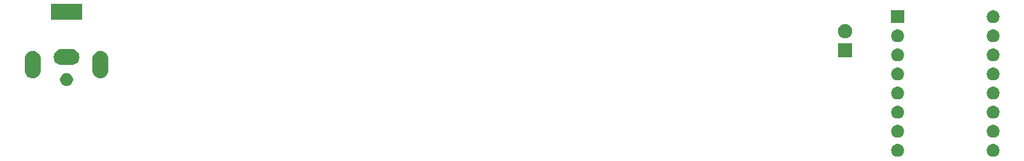
<source format=gbr>
G04 #@! TF.GenerationSoftware,KiCad,Pcbnew,(5.0.2)-1*
G04 #@! TF.CreationDate,2019-03-22T12:57:49+00:00*
G04 #@! TF.ProjectId,PCBStencil,50434253-7465-46e6-9369-6c2e6b696361,1.0*
G04 #@! TF.SameCoordinates,Original*
G04 #@! TF.FileFunction,Soldermask,Top*
G04 #@! TF.FilePolarity,Negative*
%FSLAX46Y46*%
G04 Gerber Fmt 4.6, Leading zero omitted, Abs format (unit mm)*
G04 Created by KiCad (PCBNEW (5.0.2)-1) date 22/03/2019 12:57:49*
%MOMM*%
%LPD*%
G01*
G04 APERTURE LIST*
%ADD10C,0.100000*%
G04 APERTURE END LIST*
D10*
G36*
X204001821Y-124891313D02*
X204001824Y-124891314D01*
X204001825Y-124891314D01*
X204162239Y-124939975D01*
X204162241Y-124939976D01*
X204162244Y-124939977D01*
X204310078Y-125018995D01*
X204439659Y-125125341D01*
X204546005Y-125254922D01*
X204625023Y-125402756D01*
X204673687Y-125563179D01*
X204690117Y-125730000D01*
X204673687Y-125896821D01*
X204625023Y-126057244D01*
X204546005Y-126205078D01*
X204439659Y-126334659D01*
X204310078Y-126441005D01*
X204162244Y-126520023D01*
X204162241Y-126520024D01*
X204162239Y-126520025D01*
X204001825Y-126568686D01*
X204001824Y-126568686D01*
X204001821Y-126568687D01*
X203876804Y-126581000D01*
X203793196Y-126581000D01*
X203668179Y-126568687D01*
X203668176Y-126568686D01*
X203668175Y-126568686D01*
X203507761Y-126520025D01*
X203507759Y-126520024D01*
X203507756Y-126520023D01*
X203359922Y-126441005D01*
X203230341Y-126334659D01*
X203123995Y-126205078D01*
X203044977Y-126057244D01*
X202996313Y-125896821D01*
X202979883Y-125730000D01*
X202996313Y-125563179D01*
X203044977Y-125402756D01*
X203123995Y-125254922D01*
X203230341Y-125125341D01*
X203359922Y-125018995D01*
X203507756Y-124939977D01*
X203507759Y-124939976D01*
X203507761Y-124939975D01*
X203668175Y-124891314D01*
X203668176Y-124891314D01*
X203668179Y-124891313D01*
X203793196Y-124879000D01*
X203876804Y-124879000D01*
X204001821Y-124891313D01*
X204001821Y-124891313D01*
G37*
G36*
X216701821Y-124891313D02*
X216701824Y-124891314D01*
X216701825Y-124891314D01*
X216862239Y-124939975D01*
X216862241Y-124939976D01*
X216862244Y-124939977D01*
X217010078Y-125018995D01*
X217139659Y-125125341D01*
X217246005Y-125254922D01*
X217325023Y-125402756D01*
X217373687Y-125563179D01*
X217390117Y-125730000D01*
X217373687Y-125896821D01*
X217325023Y-126057244D01*
X217246005Y-126205078D01*
X217139659Y-126334659D01*
X217010078Y-126441005D01*
X216862244Y-126520023D01*
X216862241Y-126520024D01*
X216862239Y-126520025D01*
X216701825Y-126568686D01*
X216701824Y-126568686D01*
X216701821Y-126568687D01*
X216576804Y-126581000D01*
X216493196Y-126581000D01*
X216368179Y-126568687D01*
X216368176Y-126568686D01*
X216368175Y-126568686D01*
X216207761Y-126520025D01*
X216207759Y-126520024D01*
X216207756Y-126520023D01*
X216059922Y-126441005D01*
X215930341Y-126334659D01*
X215823995Y-126205078D01*
X215744977Y-126057244D01*
X215696313Y-125896821D01*
X215679883Y-125730000D01*
X215696313Y-125563179D01*
X215744977Y-125402756D01*
X215823995Y-125254922D01*
X215930341Y-125125341D01*
X216059922Y-125018995D01*
X216207756Y-124939977D01*
X216207759Y-124939976D01*
X216207761Y-124939975D01*
X216368175Y-124891314D01*
X216368176Y-124891314D01*
X216368179Y-124891313D01*
X216493196Y-124879000D01*
X216576804Y-124879000D01*
X216701821Y-124891313D01*
X216701821Y-124891313D01*
G37*
G36*
X204001821Y-122351313D02*
X204001824Y-122351314D01*
X204001825Y-122351314D01*
X204162239Y-122399975D01*
X204162241Y-122399976D01*
X204162244Y-122399977D01*
X204310078Y-122478995D01*
X204439659Y-122585341D01*
X204546005Y-122714922D01*
X204625023Y-122862756D01*
X204673687Y-123023179D01*
X204690117Y-123190000D01*
X204673687Y-123356821D01*
X204625023Y-123517244D01*
X204546005Y-123665078D01*
X204439659Y-123794659D01*
X204310078Y-123901005D01*
X204162244Y-123980023D01*
X204162241Y-123980024D01*
X204162239Y-123980025D01*
X204001825Y-124028686D01*
X204001824Y-124028686D01*
X204001821Y-124028687D01*
X203876804Y-124041000D01*
X203793196Y-124041000D01*
X203668179Y-124028687D01*
X203668176Y-124028686D01*
X203668175Y-124028686D01*
X203507761Y-123980025D01*
X203507759Y-123980024D01*
X203507756Y-123980023D01*
X203359922Y-123901005D01*
X203230341Y-123794659D01*
X203123995Y-123665078D01*
X203044977Y-123517244D01*
X202996313Y-123356821D01*
X202979883Y-123190000D01*
X202996313Y-123023179D01*
X203044977Y-122862756D01*
X203123995Y-122714922D01*
X203230341Y-122585341D01*
X203359922Y-122478995D01*
X203507756Y-122399977D01*
X203507759Y-122399976D01*
X203507761Y-122399975D01*
X203668175Y-122351314D01*
X203668176Y-122351314D01*
X203668179Y-122351313D01*
X203793196Y-122339000D01*
X203876804Y-122339000D01*
X204001821Y-122351313D01*
X204001821Y-122351313D01*
G37*
G36*
X216701821Y-122351313D02*
X216701824Y-122351314D01*
X216701825Y-122351314D01*
X216862239Y-122399975D01*
X216862241Y-122399976D01*
X216862244Y-122399977D01*
X217010078Y-122478995D01*
X217139659Y-122585341D01*
X217246005Y-122714922D01*
X217325023Y-122862756D01*
X217373687Y-123023179D01*
X217390117Y-123190000D01*
X217373687Y-123356821D01*
X217325023Y-123517244D01*
X217246005Y-123665078D01*
X217139659Y-123794659D01*
X217010078Y-123901005D01*
X216862244Y-123980023D01*
X216862241Y-123980024D01*
X216862239Y-123980025D01*
X216701825Y-124028686D01*
X216701824Y-124028686D01*
X216701821Y-124028687D01*
X216576804Y-124041000D01*
X216493196Y-124041000D01*
X216368179Y-124028687D01*
X216368176Y-124028686D01*
X216368175Y-124028686D01*
X216207761Y-123980025D01*
X216207759Y-123980024D01*
X216207756Y-123980023D01*
X216059922Y-123901005D01*
X215930341Y-123794659D01*
X215823995Y-123665078D01*
X215744977Y-123517244D01*
X215696313Y-123356821D01*
X215679883Y-123190000D01*
X215696313Y-123023179D01*
X215744977Y-122862756D01*
X215823995Y-122714922D01*
X215930341Y-122585341D01*
X216059922Y-122478995D01*
X216207756Y-122399977D01*
X216207759Y-122399976D01*
X216207761Y-122399975D01*
X216368175Y-122351314D01*
X216368176Y-122351314D01*
X216368179Y-122351313D01*
X216493196Y-122339000D01*
X216576804Y-122339000D01*
X216701821Y-122351313D01*
X216701821Y-122351313D01*
G37*
G36*
X216701821Y-119811313D02*
X216701824Y-119811314D01*
X216701825Y-119811314D01*
X216862239Y-119859975D01*
X216862241Y-119859976D01*
X216862244Y-119859977D01*
X217010078Y-119938995D01*
X217139659Y-120045341D01*
X217246005Y-120174922D01*
X217325023Y-120322756D01*
X217373687Y-120483179D01*
X217390117Y-120650000D01*
X217373687Y-120816821D01*
X217325023Y-120977244D01*
X217246005Y-121125078D01*
X217139659Y-121254659D01*
X217010078Y-121361005D01*
X216862244Y-121440023D01*
X216862241Y-121440024D01*
X216862239Y-121440025D01*
X216701825Y-121488686D01*
X216701824Y-121488686D01*
X216701821Y-121488687D01*
X216576804Y-121501000D01*
X216493196Y-121501000D01*
X216368179Y-121488687D01*
X216368176Y-121488686D01*
X216368175Y-121488686D01*
X216207761Y-121440025D01*
X216207759Y-121440024D01*
X216207756Y-121440023D01*
X216059922Y-121361005D01*
X215930341Y-121254659D01*
X215823995Y-121125078D01*
X215744977Y-120977244D01*
X215696313Y-120816821D01*
X215679883Y-120650000D01*
X215696313Y-120483179D01*
X215744977Y-120322756D01*
X215823995Y-120174922D01*
X215930341Y-120045341D01*
X216059922Y-119938995D01*
X216207756Y-119859977D01*
X216207759Y-119859976D01*
X216207761Y-119859975D01*
X216368175Y-119811314D01*
X216368176Y-119811314D01*
X216368179Y-119811313D01*
X216493196Y-119799000D01*
X216576804Y-119799000D01*
X216701821Y-119811313D01*
X216701821Y-119811313D01*
G37*
G36*
X204001821Y-119811313D02*
X204001824Y-119811314D01*
X204001825Y-119811314D01*
X204162239Y-119859975D01*
X204162241Y-119859976D01*
X204162244Y-119859977D01*
X204310078Y-119938995D01*
X204439659Y-120045341D01*
X204546005Y-120174922D01*
X204625023Y-120322756D01*
X204673687Y-120483179D01*
X204690117Y-120650000D01*
X204673687Y-120816821D01*
X204625023Y-120977244D01*
X204546005Y-121125078D01*
X204439659Y-121254659D01*
X204310078Y-121361005D01*
X204162244Y-121440023D01*
X204162241Y-121440024D01*
X204162239Y-121440025D01*
X204001825Y-121488686D01*
X204001824Y-121488686D01*
X204001821Y-121488687D01*
X203876804Y-121501000D01*
X203793196Y-121501000D01*
X203668179Y-121488687D01*
X203668176Y-121488686D01*
X203668175Y-121488686D01*
X203507761Y-121440025D01*
X203507759Y-121440024D01*
X203507756Y-121440023D01*
X203359922Y-121361005D01*
X203230341Y-121254659D01*
X203123995Y-121125078D01*
X203044977Y-120977244D01*
X202996313Y-120816821D01*
X202979883Y-120650000D01*
X202996313Y-120483179D01*
X203044977Y-120322756D01*
X203123995Y-120174922D01*
X203230341Y-120045341D01*
X203359922Y-119938995D01*
X203507756Y-119859977D01*
X203507759Y-119859976D01*
X203507761Y-119859975D01*
X203668175Y-119811314D01*
X203668176Y-119811314D01*
X203668179Y-119811313D01*
X203793196Y-119799000D01*
X203876804Y-119799000D01*
X204001821Y-119811313D01*
X204001821Y-119811313D01*
G37*
G36*
X216701821Y-117271313D02*
X216701824Y-117271314D01*
X216701825Y-117271314D01*
X216862239Y-117319975D01*
X216862241Y-117319976D01*
X216862244Y-117319977D01*
X217010078Y-117398995D01*
X217139659Y-117505341D01*
X217246005Y-117634922D01*
X217325023Y-117782756D01*
X217373687Y-117943179D01*
X217390117Y-118110000D01*
X217373687Y-118276821D01*
X217325023Y-118437244D01*
X217246005Y-118585078D01*
X217139659Y-118714659D01*
X217010078Y-118821005D01*
X216862244Y-118900023D01*
X216862241Y-118900024D01*
X216862239Y-118900025D01*
X216701825Y-118948686D01*
X216701824Y-118948686D01*
X216701821Y-118948687D01*
X216576804Y-118961000D01*
X216493196Y-118961000D01*
X216368179Y-118948687D01*
X216368176Y-118948686D01*
X216368175Y-118948686D01*
X216207761Y-118900025D01*
X216207759Y-118900024D01*
X216207756Y-118900023D01*
X216059922Y-118821005D01*
X215930341Y-118714659D01*
X215823995Y-118585078D01*
X215744977Y-118437244D01*
X215696313Y-118276821D01*
X215679883Y-118110000D01*
X215696313Y-117943179D01*
X215744977Y-117782756D01*
X215823995Y-117634922D01*
X215930341Y-117505341D01*
X216059922Y-117398995D01*
X216207756Y-117319977D01*
X216207759Y-117319976D01*
X216207761Y-117319975D01*
X216368175Y-117271314D01*
X216368176Y-117271314D01*
X216368179Y-117271313D01*
X216493196Y-117259000D01*
X216576804Y-117259000D01*
X216701821Y-117271313D01*
X216701821Y-117271313D01*
G37*
G36*
X204001821Y-117271313D02*
X204001824Y-117271314D01*
X204001825Y-117271314D01*
X204162239Y-117319975D01*
X204162241Y-117319976D01*
X204162244Y-117319977D01*
X204310078Y-117398995D01*
X204439659Y-117505341D01*
X204546005Y-117634922D01*
X204625023Y-117782756D01*
X204673687Y-117943179D01*
X204690117Y-118110000D01*
X204673687Y-118276821D01*
X204625023Y-118437244D01*
X204546005Y-118585078D01*
X204439659Y-118714659D01*
X204310078Y-118821005D01*
X204162244Y-118900023D01*
X204162241Y-118900024D01*
X204162239Y-118900025D01*
X204001825Y-118948686D01*
X204001824Y-118948686D01*
X204001821Y-118948687D01*
X203876804Y-118961000D01*
X203793196Y-118961000D01*
X203668179Y-118948687D01*
X203668176Y-118948686D01*
X203668175Y-118948686D01*
X203507761Y-118900025D01*
X203507759Y-118900024D01*
X203507756Y-118900023D01*
X203359922Y-118821005D01*
X203230341Y-118714659D01*
X203123995Y-118585078D01*
X203044977Y-118437244D01*
X202996313Y-118276821D01*
X202979883Y-118110000D01*
X202996313Y-117943179D01*
X203044977Y-117782756D01*
X203123995Y-117634922D01*
X203230341Y-117505341D01*
X203359922Y-117398995D01*
X203507756Y-117319977D01*
X203507759Y-117319976D01*
X203507761Y-117319975D01*
X203668175Y-117271314D01*
X203668176Y-117271314D01*
X203668179Y-117271313D01*
X203793196Y-117259000D01*
X203876804Y-117259000D01*
X204001821Y-117271313D01*
X204001821Y-117271313D01*
G37*
G36*
X93593228Y-115496703D02*
X93748100Y-115560853D01*
X93887481Y-115653985D01*
X94006015Y-115772519D01*
X94099147Y-115911900D01*
X94163297Y-116066772D01*
X94196000Y-116231184D01*
X94196000Y-116398816D01*
X94163297Y-116563228D01*
X94099147Y-116718100D01*
X94006015Y-116857481D01*
X93887481Y-116976015D01*
X93748100Y-117069147D01*
X93593228Y-117133297D01*
X93428816Y-117166000D01*
X93261184Y-117166000D01*
X93096772Y-117133297D01*
X92941900Y-117069147D01*
X92802519Y-116976015D01*
X92683985Y-116857481D01*
X92590853Y-116718100D01*
X92526703Y-116563228D01*
X92494000Y-116398816D01*
X92494000Y-116231184D01*
X92526703Y-116066772D01*
X92590853Y-115911900D01*
X92683985Y-115772519D01*
X92802519Y-115653985D01*
X92941900Y-115560853D01*
X93096772Y-115496703D01*
X93261184Y-115464000D01*
X93428816Y-115464000D01*
X93593228Y-115496703D01*
X93593228Y-115496703D01*
G37*
G36*
X216701821Y-114731313D02*
X216701824Y-114731314D01*
X216701825Y-114731314D01*
X216862239Y-114779975D01*
X216862241Y-114779976D01*
X216862244Y-114779977D01*
X217010078Y-114858995D01*
X217139659Y-114965341D01*
X217246005Y-115094922D01*
X217325023Y-115242756D01*
X217325024Y-115242759D01*
X217325025Y-115242761D01*
X217333601Y-115271033D01*
X217373687Y-115403179D01*
X217390117Y-115570000D01*
X217373687Y-115736821D01*
X217325023Y-115897244D01*
X217246005Y-116045078D01*
X217139659Y-116174659D01*
X217010078Y-116281005D01*
X216862244Y-116360023D01*
X216862241Y-116360024D01*
X216862239Y-116360025D01*
X216701825Y-116408686D01*
X216701824Y-116408686D01*
X216701821Y-116408687D01*
X216576804Y-116421000D01*
X216493196Y-116421000D01*
X216368179Y-116408687D01*
X216368176Y-116408686D01*
X216368175Y-116408686D01*
X216207761Y-116360025D01*
X216207759Y-116360024D01*
X216207756Y-116360023D01*
X216059922Y-116281005D01*
X215930341Y-116174659D01*
X215823995Y-116045078D01*
X215744977Y-115897244D01*
X215696313Y-115736821D01*
X215679883Y-115570000D01*
X215696313Y-115403179D01*
X215736399Y-115271033D01*
X215744975Y-115242761D01*
X215744976Y-115242759D01*
X215744977Y-115242756D01*
X215823995Y-115094922D01*
X215930341Y-114965341D01*
X216059922Y-114858995D01*
X216207756Y-114779977D01*
X216207759Y-114779976D01*
X216207761Y-114779975D01*
X216368175Y-114731314D01*
X216368176Y-114731314D01*
X216368179Y-114731313D01*
X216493196Y-114719000D01*
X216576804Y-114719000D01*
X216701821Y-114731313D01*
X216701821Y-114731313D01*
G37*
G36*
X204001821Y-114731313D02*
X204001824Y-114731314D01*
X204001825Y-114731314D01*
X204162239Y-114779975D01*
X204162241Y-114779976D01*
X204162244Y-114779977D01*
X204310078Y-114858995D01*
X204439659Y-114965341D01*
X204546005Y-115094922D01*
X204625023Y-115242756D01*
X204625024Y-115242759D01*
X204625025Y-115242761D01*
X204633601Y-115271033D01*
X204673687Y-115403179D01*
X204690117Y-115570000D01*
X204673687Y-115736821D01*
X204625023Y-115897244D01*
X204546005Y-116045078D01*
X204439659Y-116174659D01*
X204310078Y-116281005D01*
X204162244Y-116360023D01*
X204162241Y-116360024D01*
X204162239Y-116360025D01*
X204001825Y-116408686D01*
X204001824Y-116408686D01*
X204001821Y-116408687D01*
X203876804Y-116421000D01*
X203793196Y-116421000D01*
X203668179Y-116408687D01*
X203668176Y-116408686D01*
X203668175Y-116408686D01*
X203507761Y-116360025D01*
X203507759Y-116360024D01*
X203507756Y-116360023D01*
X203359922Y-116281005D01*
X203230341Y-116174659D01*
X203123995Y-116045078D01*
X203044977Y-115897244D01*
X202996313Y-115736821D01*
X202979883Y-115570000D01*
X202996313Y-115403179D01*
X203036399Y-115271033D01*
X203044975Y-115242761D01*
X203044976Y-115242759D01*
X203044977Y-115242756D01*
X203123995Y-115094922D01*
X203230341Y-114965341D01*
X203359922Y-114858995D01*
X203507756Y-114779977D01*
X203507759Y-114779976D01*
X203507761Y-114779975D01*
X203668175Y-114731314D01*
X203668176Y-114731314D01*
X203668179Y-114731313D01*
X203793196Y-114719000D01*
X203876804Y-114719000D01*
X204001821Y-114731313D01*
X204001821Y-114731313D01*
G37*
G36*
X89051031Y-112529207D02*
X89249145Y-112589305D01*
X89431729Y-112686897D01*
X89591765Y-112818235D01*
X89591766Y-112818237D01*
X89591768Y-112818238D01*
X89628650Y-112863179D01*
X89723103Y-112978271D01*
X89820695Y-113160854D01*
X89880793Y-113358968D01*
X89896000Y-113513370D01*
X89896000Y-115116630D01*
X89880793Y-115271032D01*
X89820695Y-115469146D01*
X89723103Y-115651729D01*
X89591765Y-115811765D01*
X89431729Y-115943103D01*
X89249146Y-116040695D01*
X89051032Y-116100793D01*
X88845000Y-116121085D01*
X88638969Y-116100793D01*
X88440855Y-116040695D01*
X88258272Y-115943103D01*
X88098236Y-115811765D01*
X87966898Y-115651729D01*
X87869306Y-115469146D01*
X87867745Y-115464000D01*
X87809207Y-115271033D01*
X87794000Y-115116631D01*
X87794000Y-113513370D01*
X87809207Y-113358973D01*
X87809207Y-113358969D01*
X87869305Y-113160855D01*
X87966897Y-112978271D01*
X88098235Y-112818235D01*
X88098237Y-112818234D01*
X88098238Y-112818232D01*
X88258269Y-112686899D01*
X88258271Y-112686897D01*
X88440854Y-112589305D01*
X88638968Y-112529207D01*
X88845000Y-112508915D01*
X89051031Y-112529207D01*
X89051031Y-112529207D01*
G37*
G36*
X98051031Y-112529207D02*
X98249145Y-112589305D01*
X98431729Y-112686897D01*
X98591765Y-112818235D01*
X98591766Y-112818237D01*
X98591768Y-112818238D01*
X98628650Y-112863179D01*
X98723103Y-112978271D01*
X98820695Y-113160854D01*
X98880793Y-113358968D01*
X98896000Y-113513370D01*
X98896000Y-115116630D01*
X98880793Y-115271032D01*
X98820695Y-115469146D01*
X98723103Y-115651729D01*
X98591765Y-115811765D01*
X98431729Y-115943103D01*
X98249146Y-116040695D01*
X98051032Y-116100793D01*
X97845000Y-116121085D01*
X97638969Y-116100793D01*
X97440855Y-116040695D01*
X97258272Y-115943103D01*
X97098236Y-115811765D01*
X96966898Y-115651729D01*
X96869306Y-115469146D01*
X96867745Y-115464000D01*
X96809207Y-115271033D01*
X96794000Y-115116631D01*
X96794000Y-113513370D01*
X96809207Y-113358973D01*
X96809207Y-113358969D01*
X96869305Y-113160855D01*
X96966897Y-112978271D01*
X97098235Y-112818235D01*
X97098237Y-112818234D01*
X97098238Y-112818232D01*
X97258269Y-112686899D01*
X97258271Y-112686897D01*
X97440854Y-112589305D01*
X97638968Y-112529207D01*
X97845000Y-112508915D01*
X98051031Y-112529207D01*
X98051031Y-112529207D01*
G37*
G36*
X94077510Y-112267041D02*
X94201032Y-112279207D01*
X94399146Y-112339305D01*
X94581729Y-112436897D01*
X94741765Y-112568235D01*
X94873103Y-112728271D01*
X94970695Y-112910854D01*
X95030793Y-113108968D01*
X95051085Y-113315000D01*
X95030793Y-113521032D01*
X94970695Y-113719146D01*
X94873103Y-113901729D01*
X94741765Y-114061765D01*
X94581729Y-114193103D01*
X94399146Y-114290695D01*
X94201032Y-114350793D01*
X94077510Y-114362959D01*
X94046631Y-114366000D01*
X92643369Y-114366000D01*
X92612490Y-114362959D01*
X92488968Y-114350793D01*
X92290854Y-114290695D01*
X92108271Y-114193103D01*
X91948235Y-114061765D01*
X91816897Y-113901729D01*
X91719305Y-113719146D01*
X91659207Y-113521032D01*
X91638915Y-113315000D01*
X91659207Y-113108968D01*
X91719305Y-112910854D01*
X91816897Y-112728271D01*
X91948235Y-112568235D01*
X92108271Y-112436897D01*
X92290854Y-112339305D01*
X92488968Y-112279207D01*
X92612490Y-112267041D01*
X92643369Y-112264000D01*
X94046631Y-112264000D01*
X94077510Y-112267041D01*
X94077510Y-112267041D01*
G37*
G36*
X204001821Y-112191313D02*
X204001824Y-112191314D01*
X204001825Y-112191314D01*
X204162239Y-112239975D01*
X204162241Y-112239976D01*
X204162244Y-112239977D01*
X204310078Y-112318995D01*
X204439659Y-112425341D01*
X204546005Y-112554922D01*
X204625023Y-112702756D01*
X204625024Y-112702759D01*
X204625025Y-112702761D01*
X204673686Y-112863175D01*
X204673687Y-112863179D01*
X204690117Y-113030000D01*
X204673687Y-113196821D01*
X204625023Y-113357244D01*
X204546005Y-113505078D01*
X204439659Y-113634659D01*
X204310078Y-113741005D01*
X204162244Y-113820023D01*
X204162241Y-113820024D01*
X204162239Y-113820025D01*
X204001825Y-113868686D01*
X204001824Y-113868686D01*
X204001821Y-113868687D01*
X203876804Y-113881000D01*
X203793196Y-113881000D01*
X203668179Y-113868687D01*
X203668176Y-113868686D01*
X203668175Y-113868686D01*
X203507761Y-113820025D01*
X203507759Y-113820024D01*
X203507756Y-113820023D01*
X203359922Y-113741005D01*
X203230341Y-113634659D01*
X203123995Y-113505078D01*
X203044977Y-113357244D01*
X202996313Y-113196821D01*
X202979883Y-113030000D01*
X202996313Y-112863179D01*
X202996314Y-112863175D01*
X203044975Y-112702761D01*
X203044976Y-112702759D01*
X203044977Y-112702756D01*
X203123995Y-112554922D01*
X203230341Y-112425341D01*
X203359922Y-112318995D01*
X203507756Y-112239977D01*
X203507759Y-112239976D01*
X203507761Y-112239975D01*
X203668175Y-112191314D01*
X203668176Y-112191314D01*
X203668179Y-112191313D01*
X203793196Y-112179000D01*
X203876804Y-112179000D01*
X204001821Y-112191313D01*
X204001821Y-112191313D01*
G37*
G36*
X216701821Y-112191313D02*
X216701824Y-112191314D01*
X216701825Y-112191314D01*
X216862239Y-112239975D01*
X216862241Y-112239976D01*
X216862244Y-112239977D01*
X217010078Y-112318995D01*
X217139659Y-112425341D01*
X217246005Y-112554922D01*
X217325023Y-112702756D01*
X217325024Y-112702759D01*
X217325025Y-112702761D01*
X217373686Y-112863175D01*
X217373687Y-112863179D01*
X217390117Y-113030000D01*
X217373687Y-113196821D01*
X217325023Y-113357244D01*
X217246005Y-113505078D01*
X217139659Y-113634659D01*
X217010078Y-113741005D01*
X216862244Y-113820023D01*
X216862241Y-113820024D01*
X216862239Y-113820025D01*
X216701825Y-113868686D01*
X216701824Y-113868686D01*
X216701821Y-113868687D01*
X216576804Y-113881000D01*
X216493196Y-113881000D01*
X216368179Y-113868687D01*
X216368176Y-113868686D01*
X216368175Y-113868686D01*
X216207761Y-113820025D01*
X216207759Y-113820024D01*
X216207756Y-113820023D01*
X216059922Y-113741005D01*
X215930341Y-113634659D01*
X215823995Y-113505078D01*
X215744977Y-113357244D01*
X215696313Y-113196821D01*
X215679883Y-113030000D01*
X215696313Y-112863179D01*
X215696314Y-112863175D01*
X215744975Y-112702761D01*
X215744976Y-112702759D01*
X215744977Y-112702756D01*
X215823995Y-112554922D01*
X215930341Y-112425341D01*
X216059922Y-112318995D01*
X216207756Y-112239977D01*
X216207759Y-112239976D01*
X216207761Y-112239975D01*
X216368175Y-112191314D01*
X216368176Y-112191314D01*
X216368179Y-112191313D01*
X216493196Y-112179000D01*
X216576804Y-112179000D01*
X216701821Y-112191313D01*
X216701821Y-112191313D01*
G37*
G36*
X197801000Y-113346000D02*
X195899000Y-113346000D01*
X195899000Y-111444000D01*
X197801000Y-111444000D01*
X197801000Y-113346000D01*
X197801000Y-113346000D01*
G37*
G36*
X216701821Y-109651313D02*
X216701824Y-109651314D01*
X216701825Y-109651314D01*
X216862239Y-109699975D01*
X216862241Y-109699976D01*
X216862244Y-109699977D01*
X217010078Y-109778995D01*
X217139659Y-109885341D01*
X217246005Y-110014922D01*
X217325023Y-110162756D01*
X217373687Y-110323179D01*
X217390117Y-110490000D01*
X217373687Y-110656821D01*
X217373686Y-110656824D01*
X217373686Y-110656825D01*
X217339521Y-110769453D01*
X217325023Y-110817244D01*
X217246005Y-110965078D01*
X217139659Y-111094659D01*
X217010078Y-111201005D01*
X216862244Y-111280023D01*
X216862241Y-111280024D01*
X216862239Y-111280025D01*
X216701825Y-111328686D01*
X216701824Y-111328686D01*
X216701821Y-111328687D01*
X216576804Y-111341000D01*
X216493196Y-111341000D01*
X216368179Y-111328687D01*
X216368176Y-111328686D01*
X216368175Y-111328686D01*
X216207761Y-111280025D01*
X216207759Y-111280024D01*
X216207756Y-111280023D01*
X216059922Y-111201005D01*
X215930341Y-111094659D01*
X215823995Y-110965078D01*
X215744977Y-110817244D01*
X215730480Y-110769453D01*
X215696314Y-110656825D01*
X215696314Y-110656824D01*
X215696313Y-110656821D01*
X215679883Y-110490000D01*
X215696313Y-110323179D01*
X215744977Y-110162756D01*
X215823995Y-110014922D01*
X215930341Y-109885341D01*
X216059922Y-109778995D01*
X216207756Y-109699977D01*
X216207759Y-109699976D01*
X216207761Y-109699975D01*
X216368175Y-109651314D01*
X216368176Y-109651314D01*
X216368179Y-109651313D01*
X216493196Y-109639000D01*
X216576804Y-109639000D01*
X216701821Y-109651313D01*
X216701821Y-109651313D01*
G37*
G36*
X204001821Y-109651313D02*
X204001824Y-109651314D01*
X204001825Y-109651314D01*
X204162239Y-109699975D01*
X204162241Y-109699976D01*
X204162244Y-109699977D01*
X204310078Y-109778995D01*
X204439659Y-109885341D01*
X204546005Y-110014922D01*
X204625023Y-110162756D01*
X204673687Y-110323179D01*
X204690117Y-110490000D01*
X204673687Y-110656821D01*
X204673686Y-110656824D01*
X204673686Y-110656825D01*
X204639521Y-110769453D01*
X204625023Y-110817244D01*
X204546005Y-110965078D01*
X204439659Y-111094659D01*
X204310078Y-111201005D01*
X204162244Y-111280023D01*
X204162241Y-111280024D01*
X204162239Y-111280025D01*
X204001825Y-111328686D01*
X204001824Y-111328686D01*
X204001821Y-111328687D01*
X203876804Y-111341000D01*
X203793196Y-111341000D01*
X203668179Y-111328687D01*
X203668176Y-111328686D01*
X203668175Y-111328686D01*
X203507761Y-111280025D01*
X203507759Y-111280024D01*
X203507756Y-111280023D01*
X203359922Y-111201005D01*
X203230341Y-111094659D01*
X203123995Y-110965078D01*
X203044977Y-110817244D01*
X203030480Y-110769453D01*
X202996314Y-110656825D01*
X202996314Y-110656824D01*
X202996313Y-110656821D01*
X202979883Y-110490000D01*
X202996313Y-110323179D01*
X203044977Y-110162756D01*
X203123995Y-110014922D01*
X203230341Y-109885341D01*
X203359922Y-109778995D01*
X203507756Y-109699977D01*
X203507759Y-109699976D01*
X203507761Y-109699975D01*
X203668175Y-109651314D01*
X203668176Y-109651314D01*
X203668179Y-109651313D01*
X203793196Y-109639000D01*
X203876804Y-109639000D01*
X204001821Y-109651313D01*
X204001821Y-109651313D01*
G37*
G36*
X197127396Y-108940546D02*
X197300466Y-109012234D01*
X197456230Y-109116312D01*
X197588688Y-109248770D01*
X197692766Y-109404534D01*
X197764454Y-109577604D01*
X197801000Y-109761333D01*
X197801000Y-109948667D01*
X197764454Y-110132396D01*
X197692766Y-110305466D01*
X197588688Y-110461230D01*
X197456230Y-110593688D01*
X197300466Y-110697766D01*
X197127396Y-110769454D01*
X196943667Y-110806000D01*
X196756333Y-110806000D01*
X196572604Y-110769454D01*
X196399534Y-110697766D01*
X196243770Y-110593688D01*
X196111312Y-110461230D01*
X196007234Y-110305466D01*
X195935546Y-110132396D01*
X195899000Y-109948667D01*
X195899000Y-109761333D01*
X195935546Y-109577604D01*
X196007234Y-109404534D01*
X196111312Y-109248770D01*
X196243770Y-109116312D01*
X196399534Y-109012234D01*
X196572604Y-108940546D01*
X196756333Y-108904000D01*
X196943667Y-108904000D01*
X197127396Y-108940546D01*
X197127396Y-108940546D01*
G37*
G36*
X216701821Y-107111313D02*
X216701824Y-107111314D01*
X216701825Y-107111314D01*
X216862239Y-107159975D01*
X216862241Y-107159976D01*
X216862244Y-107159977D01*
X217010078Y-107238995D01*
X217139659Y-107345341D01*
X217246005Y-107474922D01*
X217325023Y-107622756D01*
X217373687Y-107783179D01*
X217390117Y-107950000D01*
X217373687Y-108116821D01*
X217325023Y-108277244D01*
X217246005Y-108425078D01*
X217139659Y-108554659D01*
X217010078Y-108661005D01*
X216862244Y-108740023D01*
X216862241Y-108740024D01*
X216862239Y-108740025D01*
X216701825Y-108788686D01*
X216701824Y-108788686D01*
X216701821Y-108788687D01*
X216576804Y-108801000D01*
X216493196Y-108801000D01*
X216368179Y-108788687D01*
X216368176Y-108788686D01*
X216368175Y-108788686D01*
X216207761Y-108740025D01*
X216207759Y-108740024D01*
X216207756Y-108740023D01*
X216059922Y-108661005D01*
X215930341Y-108554659D01*
X215823995Y-108425078D01*
X215744977Y-108277244D01*
X215696313Y-108116821D01*
X215679883Y-107950000D01*
X215696313Y-107783179D01*
X215744977Y-107622756D01*
X215823995Y-107474922D01*
X215930341Y-107345341D01*
X216059922Y-107238995D01*
X216207756Y-107159977D01*
X216207759Y-107159976D01*
X216207761Y-107159975D01*
X216368175Y-107111314D01*
X216368176Y-107111314D01*
X216368179Y-107111313D01*
X216493196Y-107099000D01*
X216576804Y-107099000D01*
X216701821Y-107111313D01*
X216701821Y-107111313D01*
G37*
G36*
X204686000Y-108801000D02*
X202984000Y-108801000D01*
X202984000Y-107099000D01*
X204686000Y-107099000D01*
X204686000Y-108801000D01*
X204686000Y-108801000D01*
G37*
G36*
X95396000Y-108366000D02*
X91294000Y-108366000D01*
X91294000Y-106264000D01*
X95396000Y-106264000D01*
X95396000Y-108366000D01*
X95396000Y-108366000D01*
G37*
M02*

</source>
